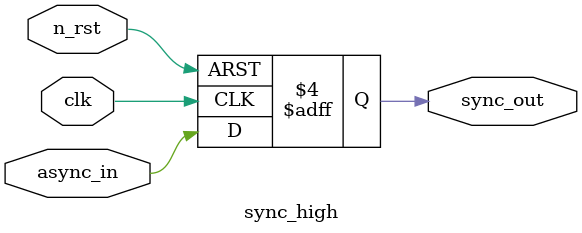
<source format=sv>

module sync_high
(
	input wire clk,
	input wire n_rst,
	input wire async_in,
	output reg sync_out
); 

//Code flow mirrors that of sync_low, except middle signal should be for high reset logic rather than low.

reg middleSig = 1'b1;

always_ff @ (posedge clk, negedge n_rst)
begin 
	if(1'b0 == n_rst)
	begin
		middleSig = 1'b1;
		sync_out <= 1'b1;
	end
	else
	begin
		middleSig = async_in;
		sync_out <= middleSig;
	end
end

endmodule

</source>
